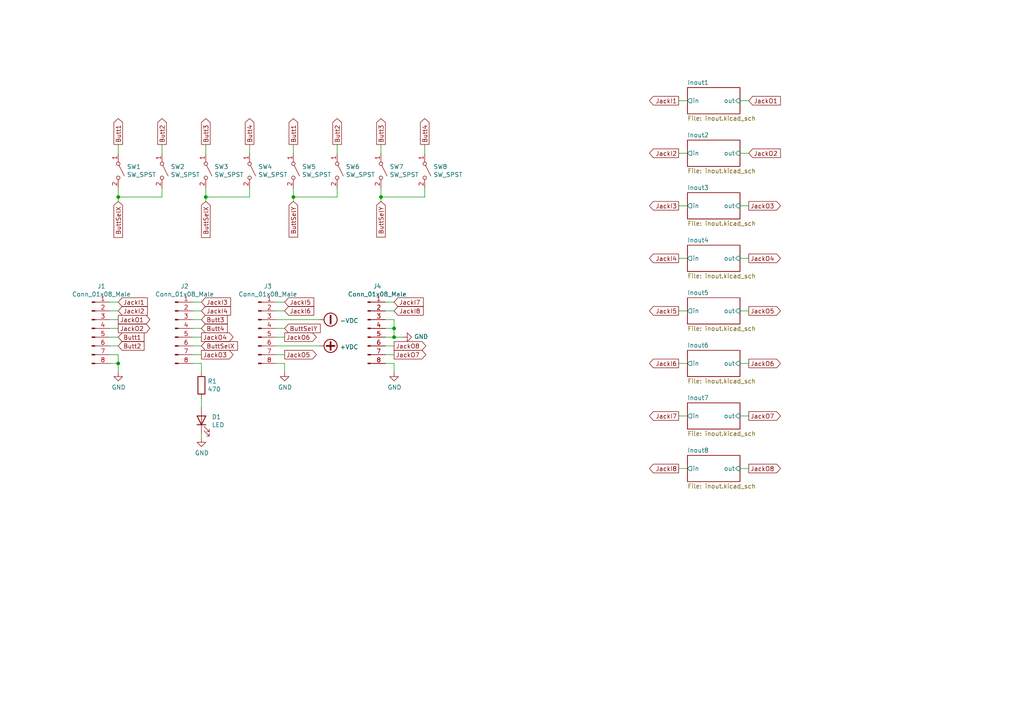
<source format=kicad_sch>
(kicad_sch (version 20230121) (generator eeschema)
  (paper "A4")
  (title_block (title "M2IDI - TANGLE IO") (date "2023-04-19") (rev "1.1") (company "GuavTek"))
  (lib_symbols
    (symbol "Connector:Conn_01x08_Pin" (pin_names (offset 1.016) hide)
      (property "Reference" "J" (at 0 10.16 0))
      (property "Value" "Conn_01x08_Pin" (at 0 -12.7 0))
      (symbol "Conn_01x08_Pin_1_1"
        (polyline (pts (xy 1.27 -10.16) (xy 0.8636 -10.16)) (stroke (width 0.1524)))
        (polyline (pts (xy 1.27 -7.62) (xy 0.8636 -7.62)) (stroke (width 0.1524)))
        (polyline (pts (xy 1.27 -5.08) (xy 0.8636 -5.08)) (stroke (width 0.1524)))
        (polyline (pts (xy 1.27 -2.54) (xy 0.8636 -2.54)) (stroke (width 0.1524)))
        (polyline (pts (xy 1.27 0) (xy 0.8636 0)) (stroke (width 0.1524)))
        (polyline (pts (xy 1.27 2.54) (xy 0.8636 2.54)) (stroke (width 0.1524)))
        (polyline (pts (xy 1.27 5.08) (xy 0.8636 5.08)) (stroke (width 0.1524)))
        (polyline (pts (xy 1.27 7.62) (xy 0.8636 7.62)) (stroke (width 0.1524)))
        (rectangle (start 0.8636 -10.033) (end 0 -10.287) (stroke (width 0.1524)) (fill (type outline)))
        (rectangle (start 0.8636 -7.493) (end 0 -7.747) (stroke (width 0.1524)) (fill (type outline)))
        (rectangle (start 0.8636 -4.953) (end 0 -5.207) (stroke (width 0.1524)) (fill (type outline)))
        (rectangle (start 0.8636 -2.413) (end 0 -2.667) (stroke (width 0.1524)) (fill (type outline)))
        (rectangle (start 0.8636 0.127) (end 0 -0.127) (stroke (width 0.1524)) (fill (type outline)))
        (rectangle (start 0.8636 2.667) (end 0 2.413) (stroke (width 0.1524)) (fill (type outline)))
        (rectangle (start 0.8636 5.207) (end 0 4.953) (stroke (width 0.1524)) (fill (type outline)))
        (rectangle (start 0.8636 7.747) (end 0 7.493) (stroke (width 0.1524)) (fill (type outline)))
        (pin passive line (at 5.08 7.62 180) (length 3.81) (name "Pin_1") (number "1"))
        (pin passive line (at 5.08 5.08 180) (length 3.81) (name "Pin_2") (number "2"))
        (pin passive line (at 5.08 2.54 180) (length 3.81) (name "Pin_3") (number "3"))
        (pin passive line (at 5.08 0 180) (length 3.81) (name "Pin_4") (number "4"))
        (pin passive line (at 5.08 -2.54 180) (length 3.81) (name "Pin_5") (number "5"))
        (pin passive line (at 5.08 -5.08 180) (length 3.81) (name "Pin_6") (number "6"))
        (pin passive line (at 5.08 -7.62 180) (length 3.81) (name "Pin_7") (number "7"))
        (pin passive line (at 5.08 -10.16 180) (length 3.81) (name "Pin_8") (number "8"))
      )
    )
    (symbol "Device:LED" (pin_numbers hide) (pin_names (offset 1.016) hide)
      (property "Reference" "D" (at 0 2.54 0))
      (property "Value" "LED" (at 0 -2.54 0))
      (symbol "LED_0_1"
        (polyline (pts (xy -1.27 -1.27) (xy -1.27 1.27)) (stroke (width 0.254)))
        (polyline (pts (xy -1.27 0) (xy 1.27 0)))
        (polyline (pts (xy 1.27 -1.27) (xy 1.27 1.27) (xy -1.27 0) (xy 1.27 -1.27)) (stroke (width 0.254)))
        (polyline (pts (xy -3.048 -0.762) (xy -4.572 -2.286) (xy -3.81 -2.286) (xy -4.572 -2.286) (xy -4.572 -1.524)))
        (polyline (pts (xy -1.778 -0.762) (xy -3.302 -2.286) (xy -2.54 -2.286) (xy -3.302 -2.286) (xy -3.302 -1.524)))
      )
      (symbol "LED_1_1"
        (pin passive line (at -3.81 0 0) (length 2.54) (name "K") (number "1"))
        (pin passive line (at 3.81 0 180) (length 2.54) (name "A") (number "2"))
      )
    )
    (symbol "Device:R" (pin_numbers hide) (pin_names (offset 0))
      (property "Reference" "R" (at 2.032 0 90))
      (property "Value" "R" (at 0 0 90))
      (symbol "R_0_1"
        (rectangle (start -1.016 -2.54) (end 1.016 2.54) (stroke (width 0.254)))
      )
      (symbol "R_1_1"
        (pin passive line (at 0 3.81 270) (length 1.27) (name "~") (number "1"))
        (pin passive line (at 0 -3.81 90) (length 1.27) (name "~") (number "2"))
      )
    )
    (symbol "Switch:SW_SPST" (pin_names (offset 0) hide)
      (property "Reference" "SW" (at 0 3.175 0))
      (property "Value" "SW_SPST" (at 0 -2.54 0))
      (symbol "SW_SPST_0_0"
        (circle (center -2.032 0) (radius 0.508))
        (polyline (pts (xy -1.524 0.254) (xy 1.524 1.778)))
        (circle (center 2.032 0) (radius 0.508))
      )
      (symbol "SW_SPST_1_1"
        (pin passive line (at -5.08 0 0) (length 2.54) (name "A") (number "1"))
        (pin passive line (at 5.08 0 180) (length 2.54) (name "B") (number "2"))
      )
    )
    (symbol "power:+VDC" (power) (pin_names (offset 0))
      (property "Value" "+VDC" (at 0 6.35 0))
      (symbol "+VDC_0_1"
        (polyline (pts (xy -1.143 3.175) (xy 1.143 3.175)) (stroke (width 0.508)))
        (polyline (pts (xy 0 0) (xy 0 1.27)))
        (polyline (pts (xy 0 2.032) (xy 0 4.318)) (stroke (width 0.508)))
        (circle (center 0 3.175) (radius 1.905) (stroke (width 0.254)))
      )
      (symbol "+VDC_1_1"
        (pin power_in line (at 0 0 90) (length 0) hide (name "+VDC") (number "1"))
      )
    )
    (symbol "power:-VDC" (power) (pin_names (offset 0))
      (property "Value" "-VDC" (at 0 6.35 0))
      (symbol "-VDC_0_1"
        (polyline (pts (xy -1.143 3.175) (xy 1.143 3.175)) (stroke (width 0.508)))
        (polyline (pts (xy 0 0) (xy 0 1.27)))
        (circle (center 0 3.175) (radius 1.905) (stroke (width 0.254)))
      )
      (symbol "-VDC_1_1"
        (pin power_in line (at 0 0 90) (length 0) hide (name "-VDC") (number "1"))
      )
    )
    (symbol "power:GND" (power) (pin_names (offset 0))
      (property "Value" "GND" (at 0 -3.81 0))
      (symbol "GND_0_1"
        (polyline (pts (xy 0 0) (xy 0 -1.27) (xy 1.27 -1.27) (xy 0 -2.54) (xy -1.27 -1.27) (xy 0 -1.27)))
      )
      (symbol "GND_1_1"
        (pin power_in line (at 0 0 270) (length 0) hide (name "GND") (number "1"))
      )
    )
  )
  (junction (at 59.69 57.15))
  (junction (at 34.29 105.41))
  (junction (at 114.3 95.25))
  (junction (at 110.49 57.15))
  (junction (at 85.09 57.15))
  (junction (at 114.3 97.79))
  (junction (at 34.29 57.15))
  (wire (pts (xy 214.63 44.45) (xy 217.17 44.45)))
  (wire (pts (xy 34.29 100.33) (xy 31.75 100.33)))
  (wire (pts (xy 80.01 95.25) (xy 82.55 95.25)))
  (wire (pts (xy 31.75 92.71) (xy 34.29 92.71)))
  (wire (pts (xy 72.39 57.15) (xy 59.69 57.15)))
  (wire (pts (xy 85.09 57.15) (xy 85.09 54.61)))
  (wire (pts (xy 111.76 87.63) (xy 114.3 87.63)))
  (wire (pts (xy 214.63 120.65) (xy 217.17 120.65)))
  (wire (pts (xy 199.39 105.41) (xy 196.85 105.41)))
  (wire (pts (xy 196.85 135.89) (xy 199.39 135.89)))
  (wire (pts (xy 80.01 92.71) (xy 92.71 92.71)))
  (wire (pts (xy 31.75 97.79) (xy 34.29 97.79)))
  (wire (pts (xy 111.76 102.87) (xy 114.3 102.87)))
  (wire (pts (xy 82.55 90.17) (xy 80.01 90.17)))
  (wire (pts (xy 123.19 57.15) (xy 123.19 54.61)))
  (wire (pts (xy 59.69 57.15) (xy 59.69 58.42)))
  (wire (pts (xy 85.09 44.45) (xy 85.09 41.91)))
  (wire (pts (xy 214.63 29.21) (xy 217.17 29.21)))
  (wire (pts (xy 31.75 102.87) (xy 34.29 102.87)))
  (wire (pts (xy 214.63 105.41) (xy 217.17 105.41)))
  (wire (pts (xy 58.42 100.33) (xy 55.88 100.33)))
  (wire (pts (xy 34.29 105.41) (xy 31.75 105.41)))
  (wire (pts (xy 55.88 97.79) (xy 58.42 97.79)))
  (wire (pts (xy 58.42 115.57) (xy 58.42 118.11)))
  (wire (pts (xy 214.63 59.69) (xy 217.17 59.69)))
  (wire (pts (xy 34.29 57.15) (xy 34.29 54.61)))
  (wire (pts (xy 55.88 102.87) (xy 58.42 102.87)))
  (wire (pts (xy 110.49 57.15) (xy 110.49 54.61)))
  (wire (pts (xy 82.55 105.41) (xy 82.55 107.95)))
  (wire (pts (xy 72.39 57.15) (xy 72.39 54.61)))
  (wire (pts (xy 111.76 92.71) (xy 114.3 92.71)))
  (wire (pts (xy 110.49 58.42) (xy 110.49 57.15)))
  (wire (pts (xy 111.76 97.79) (xy 114.3 97.79)))
  (wire (pts (xy 214.63 74.93) (xy 217.17 74.93)))
  (wire (pts (xy 123.19 44.45) (xy 123.19 41.91)))
  (wire (pts (xy 114.3 107.95) (xy 114.3 105.41)))
  (wire (pts (xy 196.85 29.21) (xy 199.39 29.21)))
  (wire (pts (xy 110.49 57.15) (xy 123.19 57.15)))
  (wire (pts (xy 199.39 44.45) (xy 196.85 44.45)))
  (wire (pts (xy 114.3 105.41) (xy 111.76 105.41)))
  (wire (pts (xy 114.3 100.33) (xy 111.76 100.33)))
  (wire (pts (xy 114.3 97.79) (xy 116.84 97.79)))
  (wire (pts (xy 46.99 57.15) (xy 46.99 54.61)))
  (wire (pts (xy 34.29 107.95) (xy 34.29 105.41)))
  (wire (pts (xy 82.55 97.79) (xy 80.01 97.79)))
  (wire (pts (xy 80.01 102.87) (xy 82.55 102.87)))
  (wire (pts (xy 59.69 44.45) (xy 59.69 41.91)))
  (wire (pts (xy 199.39 74.93) (xy 196.85 74.93)))
  (wire (pts (xy 196.85 90.17) (xy 199.39 90.17)))
  (wire (pts (xy 34.29 102.87) (xy 34.29 105.41)))
  (wire (pts (xy 34.29 44.45) (xy 34.29 41.91)))
  (wire (pts (xy 80.01 100.33) (xy 92.71 100.33)))
  (wire (pts (xy 214.63 135.89) (xy 217.17 135.89)))
  (wire (pts (xy 34.29 57.15) (xy 46.99 57.15)))
  (wire (pts (xy 196.85 120.65) (xy 199.39 120.65)))
  (wire (pts (xy 58.42 105.41) (xy 55.88 105.41)))
  (wire (pts (xy 58.42 90.17) (xy 55.88 90.17)))
  (wire (pts (xy 110.49 44.45) (xy 110.49 41.91)))
  (wire (pts (xy 114.3 92.71) (xy 114.3 95.25)))
  (wire (pts (xy 111.76 95.25) (xy 114.3 95.25)))
  (wire (pts (xy 58.42 125.73) (xy 58.42 127)))
  (wire (pts (xy 80.01 87.63) (xy 82.55 87.63)))
  (wire (pts (xy 31.75 87.63) (xy 34.29 87.63)))
  (wire (pts (xy 55.88 92.71) (xy 58.42 92.71)))
  (wire (pts (xy 82.55 105.41) (xy 80.01 105.41)))
  (wire (pts (xy 34.29 95.25) (xy 31.75 95.25)))
  (wire (pts (xy 59.69 57.15) (xy 59.69 54.61)))
  (wire (pts (xy 55.88 87.63) (xy 58.42 87.63)))
  (wire (pts (xy 34.29 58.42) (xy 34.29 57.15)))
  (wire (pts (xy 97.79 57.15) (xy 97.79 54.61)))
  (wire (pts (xy 114.3 90.17) (xy 111.76 90.17)))
  (wire (pts (xy 46.99 44.45) (xy 46.99 41.91)))
  (wire (pts (xy 214.63 90.17) (xy 217.17 90.17)))
  (wire (pts (xy 196.85 59.69) (xy 199.39 59.69)))
  (wire (pts (xy 85.09 57.15) (xy 97.79 57.15)))
  (wire (pts (xy 97.79 44.45) (xy 97.79 41.91)))
  (wire (pts (xy 58.42 107.95) (xy 58.42 105.41)))
  (wire (pts (xy 72.39 44.45) (xy 72.39 41.91)))
  (wire (pts (xy 34.29 90.17) (xy 31.75 90.17)))
  (wire (pts (xy 58.42 95.25) (xy 55.88 95.25)))
  (wire (pts (xy 85.09 58.42) (xy 85.09 57.15)))
  (wire (pts (xy 114.3 95.25) (xy 114.3 97.79)))
  (global_label "JackI4" (shape input) (at 58.42 90.17 0) (property "Intersheetrefs" "${INTERSHEET_REFS}" (effects hide)))
  (global_label "JackI7" (shape output) (at 196.85 120.65 180) (property "Intersheetrefs" "${INTERSHEET_REFS}" (effects hide)))
  (global_label "JackO2" (shape input) (at 217.17 44.45 0) (property "Intersheetrefs" "${INTERSHEET_REFS}" (effects hide)))
  (global_label "JackI1" (shape input) (at 34.29 87.63 0) (property "Intersheetrefs" "${INTERSHEET_REFS}" (effects hide)))
  (global_label "JackO8" (shape output) (at 217.17 135.89 0) (property "Intersheetrefs" "${INTERSHEET_REFS}" (effects hide)))
  (global_label "JackO2" (shape output) (at 34.29 95.25 0) (property "Intersheetrefs" "${INTERSHEET_REFS}" (effects hide)))
  (global_label "ButtSelX" (shape input) (at 34.29 58.42 270) (property "Intersheetrefs" "${INTERSHEET_REFS}" (effects hide)))
  (global_label "JackO5" (shape output) (at 82.55 102.87 0) (property "Intersheetrefs" "${INTERSHEET_REFS}" (effects hide)))
  (global_label "Butt2" (shape output) (at 46.99 41.91 90) (property "Intersheetrefs" "${INTERSHEET_REFS}" (effects hide)))
  (global_label "JackI1" (shape output) (at 196.85 29.21 180) (property "Intersheetrefs" "${INTERSHEET_REFS}" (effects hide)))
  (global_label "Butt1" (shape output) (at 34.29 41.91 90) (property "Intersheetrefs" "${INTERSHEET_REFS}" (effects hide)))
  (global_label "Butt4" (shape output) (at 123.19 41.91 90) (property "Intersheetrefs" "${INTERSHEET_REFS}" (effects hide)))
  (global_label "JackO3" (shape output) (at 58.42 102.87 0) (property "Intersheetrefs" "${INTERSHEET_REFS}" (effects hide)))
  (global_label "JackI5" (shape input) (at 82.55 87.63 0) (property "Intersheetrefs" "${INTERSHEET_REFS}" (effects hide)))
  (global_label "JackO1" (shape output) (at 34.29 92.71 0) (property "Intersheetrefs" "${INTERSHEET_REFS}" (effects hide)))
  (global_label "Butt1" (shape input) (at 34.29 97.79 0) (property "Intersheetrefs" "${INTERSHEET_REFS}" (effects hide)))
  (global_label "Butt3" (shape output) (at 110.49 41.91 90) (property "Intersheetrefs" "${INTERSHEET_REFS}" (effects hide)))
  (global_label "Butt1" (shape output) (at 85.09 41.91 90) (property "Intersheetrefs" "${INTERSHEET_REFS}" (effects hide)))
  (global_label "JackO3" (shape output) (at 217.17 59.69 0) (property "Intersheetrefs" "${INTERSHEET_REFS}" (effects hide)))
  (global_label "JackI2" (shape input) (at 34.29 90.17 0) (property "Intersheetrefs" "${INTERSHEET_REFS}" (effects hide)))
  (global_label "JackI6" (shape input) (at 82.55 90.17 0) (property "Intersheetrefs" "${INTERSHEET_REFS}" (effects hide)))
  (global_label "ButtSelX" (shape input) (at 59.69 58.42 270) (property "Intersheetrefs" "${INTERSHEET_REFS}" (effects hide)))
  (global_label "JackO7" (shape output) (at 217.17 120.65 0) (property "Intersheetrefs" "${INTERSHEET_REFS}" (effects hide)))
  (global_label "ButtSelY" (shape input) (at 110.49 58.42 270) (property "Intersheetrefs" "${INTERSHEET_REFS}" (effects hide)))
  (global_label "ButtSelY" (shape input) (at 82.55 95.25 0) (property "Intersheetrefs" "${INTERSHEET_REFS}" (effects hide)))
  (global_label "ButtSelX" (shape input) (at 58.42 100.33 0) (property "Intersheetrefs" "${INTERSHEET_REFS}" (effects hide)))
  (global_label "JackI3" (shape input) (at 58.42 87.63 0) (property "Intersheetrefs" "${INTERSHEET_REFS}" (effects hide)))
  (global_label "JackI2" (shape output) (at 196.85 44.45 180) (property "Intersheetrefs" "${INTERSHEET_REFS}" (effects hide)))
  (global_label "Butt3" (shape input) (at 58.42 92.71 0) (property "Intersheetrefs" "${INTERSHEET_REFS}" (effects hide)))
  (global_label "Butt4" (shape input) (at 58.42 95.25 0) (property "Intersheetrefs" "${INTERSHEET_REFS}" (effects hide)))
  (global_label "JackO4" (shape output) (at 58.42 97.79 0) (property "Intersheetrefs" "${INTERSHEET_REFS}" (effects hide)))
  (global_label "JackI8" (shape input) (at 114.3 90.17 0) (property "Intersheetrefs" "${INTERSHEET_REFS}" (effects hide)))
  (global_label "JackO5" (shape output) (at 217.17 90.17 0) (property "Intersheetrefs" "${INTERSHEET_REFS}" (effects hide)))
  (global_label "JackO6" (shape output) (at 217.17 105.41 0) (property "Intersheetrefs" "${INTERSHEET_REFS}" (effects hide)))
  (global_label "Butt2" (shape output) (at 97.79 41.91 90) (property "Intersheetrefs" "${INTERSHEET_REFS}" (effects hide)))
  (global_label "JackI8" (shape output) (at 196.85 135.89 180) (property "Intersheetrefs" "${INTERSHEET_REFS}" (effects hide)))
  (global_label "JackO8" (shape output) (at 114.3 100.33 0) (property "Intersheetrefs" "${INTERSHEET_REFS}" (effects hide)))
  (global_label "JackI3" (shape output) (at 196.85 59.69 180) (property "Intersheetrefs" "${INTERSHEET_REFS}" (effects hide)))
  (global_label "JackI7" (shape input) (at 114.3 87.63 0) (property "Intersheetrefs" "${INTERSHEET_REFS}" (effects hide)))
  (global_label "JackO1" (shape input) (at 217.17 29.21 0) (property "Intersheetrefs" "${INTERSHEET_REFS}" (effects hide)))
  (global_label "Butt4" (shape output) (at 72.39 41.91 90) (property "Intersheetrefs" "${INTERSHEET_REFS}" (effects hide)))
  (global_label "JackO6" (shape output) (at 82.55 97.79 0) (property "Intersheetrefs" "${INTERSHEET_REFS}" (effects hide)))
  (global_label "JackO7" (shape output) (at 114.3 102.87 0) (property "Intersheetrefs" "${INTERSHEET_REFS}" (effects hide)))
  (global_label "Butt3" (shape output) (at 59.69 41.91 90) (property "Intersheetrefs" "${INTERSHEET_REFS}" (effects hide)))
  (global_label "JackO4" (shape output) (at 217.17 74.93 0) (property "Intersheetrefs" "${INTERSHEET_REFS}" (effects hide)))
  (global_label "JackI5" (shape output) (at 196.85 90.17 180) (property "Intersheetrefs" "${INTERSHEET_REFS}" (effects hide)))
  (global_label "JackI4" (shape output) (at 196.85 74.93 180) (property "Intersheetrefs" "${INTERSHEET_REFS}" (effects hide)))
  (global_label "JackI6" (shape output) (at 196.85 105.41 180) (property "Intersheetrefs" "${INTERSHEET_REFS}" (effects hide)))
  (global_label "Butt2" (shape input) (at 34.29 100.33 0) (property "Intersheetrefs" "${INTERSHEET_REFS}" (effects hide)))
  (global_label "ButtSelY" (shape input) (at 85.09 58.42 270) (property "Intersheetrefs" "${INTERSHEET_REFS}" (effects hide)))
  (symbol (lib_id "Device:LED") (at 58.42 121.92 90) (unit 1)
    (property "Reference" "D1" (at 61.4172 120.9294 90) (effects (justify right)))
    (property "Value" "LED" (at 61.4172 123.2408 90) (effects (justify right)))
    (property "Footprint" "Custom_FP:LED_D3.0mm_NoCourtyard" (effects hide))
  )
  (symbol (lib_id "Device:R") (at 58.42 111.76 0) (unit 1)
    (property "Reference" "R1" (at 60.198 110.5916 0) (effects (justify left)))
    (property "Value" "470" (at 60.198 112.903 0) (effects (justify left)))
    (property "Footprint" "Resistor_SMD:R_0603_1608Metric" (effects hide))
  )
  (symbol (lib_id "power:GND") (at 58.42 127 0) (unit 1)
    (property "Reference" "#PWR0125" (effects hide))
    (property "Value" "GND" (at 58.547 131.3942 0))
  )
  (symbol (lib_id "Switch:SW_SPST") (at 34.29 49.53 270) (unit 1)
    (property "Reference" "SW1" (at 36.7792 48.3616 90) (effects (justify left)))
    (property "Value" "SW_SPST" (at 36.7792 50.673 90) (effects (justify left)))
    (property "Footprint" "Button_Switch_THT:SW_PUSH_6mm_H13mm" (effects hide))
  )
  (symbol (lib_id "Switch:SW_SPST") (at 46.99 49.53 270) (unit 1)
    (property "Reference" "SW2" (at 49.4792 48.3616 90) (effects (justify left)))
    (property "Value" "SW_SPST" (at 49.4792 50.673 90) (effects (justify left)))
    (property "Footprint" "Button_Switch_THT:SW_PUSH_6mm_H13mm" (effects hide))
  )
  (symbol (lib_id "Switch:SW_SPST") (at 59.69 49.53 270) (unit 1)
    (property "Reference" "SW3" (at 62.1792 48.3616 90) (effects (justify left)))
    (property "Value" "SW_SPST" (at 62.1792 50.673 90) (effects (justify left)))
    (property "Footprint" "Button_Switch_THT:SW_PUSH_6mm_H13mm" (effects hide))
  )
  (symbol (lib_id "Switch:SW_SPST") (at 72.39 49.53 270) (unit 1)
    (property "Reference" "SW4" (at 74.8792 48.3616 90) (effects (justify left)))
    (property "Value" "SW_SPST" (at 74.8792 50.673 90) (effects (justify left)))
    (property "Footprint" "Button_Switch_THT:SW_PUSH_6mm_H13mm" (effects hide))
  )
  (symbol (lib_id "Switch:SW_SPST") (at 85.09 49.53 270) (unit 1)
    (property "Reference" "SW5" (at 87.5792 48.3616 90) (effects (justify left)))
    (property "Value" "SW_SPST" (at 87.5792 50.673 90) (effects (justify left)))
    (property "Footprint" "Button_Switch_THT:SW_PUSH_6mm_H13mm" (effects hide))
  )
  (symbol (lib_id "Switch:SW_SPST") (at 97.79 49.53 270) (unit 1)
    (property "Reference" "SW6" (at 100.2792 48.3616 90) (effects (justify left)))
    (property "Value" "SW_SPST" (at 100.2792 50.673 90) (effects (justify left)))
    (property "Footprint" "Button_Switch_THT:SW_PUSH_6mm_H13mm" (effects hide))
  )
  (symbol (lib_id "Switch:SW_SPST") (at 110.49 49.53 270) (unit 1)
    (property "Reference" "SW7" (at 112.9792 48.3616 90) (effects (justify left)))
    (property "Value" "SW_SPST" (at 112.9792 50.673 90) (effects (justify left)))
    (property "Footprint" "Button_Switch_THT:SW_PUSH_6mm_H13mm" (effects hide))
  )
  (symbol (lib_id "Switch:SW_SPST") (at 123.19 49.53 270) (unit 1)
    (property "Reference" "SW8" (at 125.6792 48.3616 90) (effects (justify left)))
    (property "Value" "SW_SPST" (at 125.6792 50.673 90) (effects (justify left)))
    (property "Footprint" "Button_Switch_THT:SW_PUSH_6mm_H13mm" (effects hide))
  )
  (symbol (lib_id "Connector:Conn_01x08_Pin") (at 26.67 95.25 0) (unit 1)
    (property "Reference" "J1" (at 29.4132 83.0326 0))
    (property "Value" "Conn_01x08_Male" (at 29.4132 85.344 0))
    (property "Footprint" "Connector_PinHeader_2.54mm:PinHeader_1x08_P2.54mm_Vertical_SMD_Pin1Left" (effects hide))
  )
  (symbol (lib_id "power:GND") (at 34.29 107.95 0) (unit 1)
    (property "Reference" "#PWR0126" (effects hide))
    (property "Value" "GND" (at 34.417 112.3442 0))
  )
  (symbol (lib_id "Connector:Conn_01x08_Pin") (at 50.8 95.25 0) (unit 1)
    (property "Reference" "J2" (at 53.5432 83.0326 0))
    (property "Value" "Conn_01x08_Male" (at 53.5432 85.344 0))
    (property "Footprint" "Connector_PinHeader_2.54mm:PinHeader_1x08_P2.54mm_Vertical_SMD_Pin1Left" (effects hide))
  )
  (symbol (lib_id "power:GND") (at 82.55 107.95 0) (unit 1)
    (property "Reference" "#PWR0127" (effects hide))
    (property "Value" "GND" (at 82.677 112.3442 0))
  )
  (symbol (lib_id "Connector:Conn_01x08_Pin") (at 74.93 95.25 0) (unit 1)
    (property "Reference" "J3" (at 77.6732 83.0326 0))
    (property "Value" "Conn_01x08_Male" (at 77.6732 85.344 0))
    (property "Footprint" "Connector_PinHeader_2.54mm:PinHeader_1x08_P2.54mm_Vertical_SMD_Pin1Left" (effects hide))
  )
  (symbol (lib_id "Connector:Conn_01x08_Pin") (at 106.68 95.25 0) (unit 1)
    (property "Reference" "J4" (at 109.4232 83.0326 0))
    (property "Value" "Conn_01x08_Male" (at 109.4232 85.344 0))
    (property "Footprint" "Connector_PinHeader_2.54mm:PinHeader_1x08_P2.54mm_Vertical_SMD_Pin1Left" (effects hide))
  )
  (symbol (lib_id "power:GND") (at 114.3 107.95 0) (unit 1)
    (property "Reference" "#PWR0128" (effects hide))
    (property "Value" "GND" (at 114.427 112.3442 0))
  )
  (symbol (lib_id "power:GND") (at 116.84 97.79 90) (unit 1)
    (property "Reference" "#PWR0103" (effects hide))
    (property "Value" "GND" (at 120.0912 97.663 90) (effects (justify right)))
  )
  (symbol (lib_id "power:-VDC") (at 92.71 92.71 270) (unit 1)
    (property "Reference" "#PWR073" (effects hide))
    (property "Value" "-VDC" (at 98.552 93.0268 90) (effects (justify left)))
  )
  (symbol (lib_id "power:+VDC") (at 92.71 100.33 270) (unit 1)
    (property "Reference" "#PWR074" (effects hide))
    (property "Value" "+VDC" (at 98.552 100.6468 90) (effects (justify left)))
  )
  (sheet (at 199.39 25.4) (size 15.24 7.62)
    (property "Sheetname" "Inout1" (at 199.39 24.6884 0) (effects (justify left bottom)))
    (property "Sheetfile" "inout.kicad_sch" (at 199.39 33.6046 0) (effects (justify left top)))
    (pin "out" input (at 214.63 29.21 0))
    (pin "in" output (at 199.39 29.21 180))
  )
  (sheet (at 199.39 40.64) (size 15.24 7.62)
    (property "Sheetname" "Inout2" (at 199.39 39.9284 0) (effects (justify left bottom)))
    (property "Sheetfile" "inout.kicad_sch" (at 199.39 48.8446 0) (effects (justify left top)))
    (pin "out" input (at 214.63 44.45 0))
    (pin "in" output (at 199.39 44.45 180))
  )
  (sheet (at 199.39 55.88) (size 15.24 7.62)
    (property "Sheetname" "Inout3" (at 199.39 55.1684 0) (effects (justify left bottom)))
    (property "Sheetfile" "inout.kicad_sch" (at 199.39 64.0846 0) (effects (justify left top)))
    (pin "out" input (at 214.63 59.69 0))
    (pin "in" output (at 199.39 59.69 180))
  )
  (sheet (at 199.39 71.12) (size 15.24 7.62)
    (property "Sheetname" "Inout4" (at 199.39 70.4084 0) (effects (justify left bottom)))
    (property "Sheetfile" "inout.kicad_sch" (at 199.39 79.3246 0) (effects (justify left top)))
    (pin "out" input (at 214.63 74.93 0))
    (pin "in" output (at 199.39 74.93 180))
  )
  (sheet (at 199.39 86.36) (size 15.24 7.62)
    (property "Sheetname" "Inout5" (at 199.39 85.6484 0) (effects (justify left bottom)))
    (property "Sheetfile" "inout.kicad_sch" (at 199.39 94.5646 0) (effects (justify left top)))
    (pin "out" input (at 214.63 90.17 0))
    (pin "in" output (at 199.39 90.17 180))
  )
  (sheet (at 199.39 101.6) (size 15.24 7.62)
    (property "Sheetname" "Inout6" (at 199.39 100.8884 0) (effects (justify left bottom)))
    (property "Sheetfile" "inout.kicad_sch" (at 199.39 109.8046 0) (effects (justify left top)))
    (pin "out" input (at 214.63 105.41 0))
    (pin "in" output (at 199.39 105.41 180))
  )
  (sheet (at 199.39 116.84) (size 15.24 7.62)
    (property "Sheetname" "Inout7" (at 199.39 116.1284 0) (effects (justify left bottom)))
    (property "Sheetfile" "inout.kicad_sch" (at 199.39 125.0446 0) (effects (justify left top)))
    (pin "out" input (at 214.63 120.65 0))
    (pin "in" output (at 199.39 120.65 180))
  )
  (sheet (at 199.39 132.08) (size 15.24 7.62)
    (property "Sheetname" "Inout8" (at 199.39 131.3684 0) (effects (justify left bottom)))
    (property "Sheetfile" "inout.kicad_sch" (at 199.39 140.2846 0) (effects (justify left top)))
    (pin "out" input (at 214.63 135.89 0))
    (pin "in" output (at 199.39 135.89 180))
  )
)
</source>
